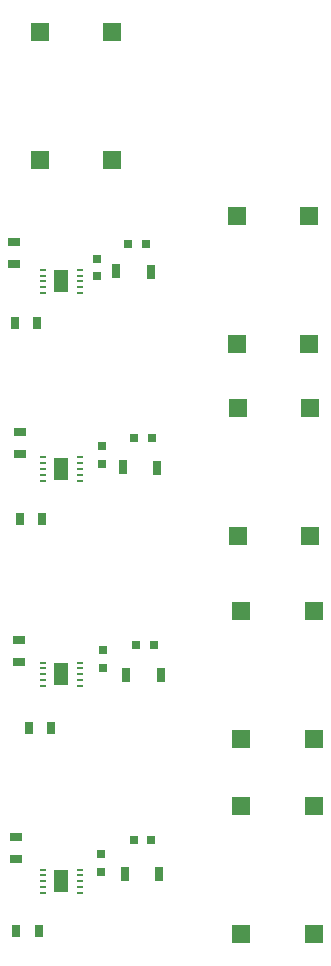
<source format=gtp>
G04 (created by PCBNEW (2013-08-24 BZR 4298)-stable) date Sat 01 Feb 2014 02:51:32 PM PST*
%MOIN*%
G04 Gerber Fmt 3.4, Leading zero omitted, Abs format*
%FSLAX34Y34*%
G01*
G70*
G90*
G04 APERTURE LIST*
%ADD10C,0.005906*%
%ADD11R,0.028320X0.031520*%
%ADD12R,0.031520X0.028320*%
%ADD13R,0.062960X0.062960*%
%ADD14R,0.044000X0.028000*%
%ADD15R,0.028000X0.044000*%
%ADD16R,0.031520X0.047280*%
%ADD17R,0.031520X0.048800*%
%ADD18R,0.018898X0.007874*%
%ADD19R,0.047244X0.074016*%
G04 APERTURE END LIST*
G54D10*
G54D11*
X33236Y-51106D03*
X32644Y-51106D03*
X33063Y-31228D03*
X32471Y-31228D03*
X33307Y-44598D03*
X32715Y-44598D03*
X33256Y-37688D03*
X32664Y-37688D03*
G54D12*
X31637Y-45351D03*
X31637Y-44759D03*
X31574Y-38563D03*
X31574Y-37971D03*
X31429Y-32307D03*
X31429Y-31715D03*
X31562Y-52173D03*
X31562Y-51581D03*
G54D13*
X38531Y-40948D03*
X36129Y-40948D03*
X38531Y-36686D03*
X36129Y-36686D03*
X38641Y-47720D03*
X36239Y-47720D03*
X38641Y-43458D03*
X36239Y-43458D03*
X38641Y-54216D03*
X36239Y-54216D03*
X38641Y-49954D03*
X36239Y-49954D03*
G54D14*
X28814Y-44420D03*
X28814Y-45170D03*
G54D13*
X38492Y-34559D03*
X36090Y-34559D03*
X38492Y-30297D03*
X36090Y-30297D03*
G54D14*
X28712Y-50995D03*
X28712Y-51745D03*
X28850Y-37483D03*
X28850Y-38233D03*
X28673Y-31156D03*
X28673Y-31906D03*
G54D15*
X29477Y-54145D03*
X28727Y-54145D03*
X29906Y-47358D03*
X29156Y-47358D03*
X29437Y-33881D03*
X28687Y-33881D03*
X29603Y-40409D03*
X28853Y-40409D03*
G54D13*
X29531Y-24169D03*
X31933Y-24169D03*
X29531Y-28431D03*
X31933Y-28431D03*
G54D16*
X32278Y-38679D03*
G54D17*
X33430Y-38683D03*
G54D16*
X32396Y-45608D03*
G54D17*
X33548Y-45612D03*
G54D16*
X32069Y-32147D03*
G54D17*
X33221Y-32151D03*
G54D16*
X32353Y-52238D03*
G54D17*
X33505Y-52242D03*
G54D18*
X30846Y-52870D03*
X30846Y-52082D03*
X30846Y-52279D03*
X29625Y-52870D03*
X29625Y-52279D03*
X29625Y-52082D03*
X29625Y-52476D03*
X29625Y-52673D03*
X30846Y-52476D03*
X30846Y-52673D03*
G54D19*
X30236Y-52476D03*
G54D18*
X30846Y-32874D03*
X30846Y-32086D03*
X30846Y-32283D03*
X29625Y-32874D03*
X29625Y-32283D03*
X29625Y-32086D03*
X29625Y-32480D03*
X29625Y-32677D03*
X30846Y-32480D03*
X30846Y-32677D03*
G54D19*
X30236Y-32480D03*
G54D18*
X30846Y-39133D03*
X30846Y-38346D03*
X30846Y-38543D03*
X29625Y-39133D03*
X29625Y-38543D03*
X29625Y-38346D03*
X29625Y-38740D03*
X29625Y-38937D03*
X30846Y-38740D03*
X30846Y-38937D03*
G54D19*
X30236Y-38740D03*
G54D18*
X30846Y-45972D03*
X30846Y-45185D03*
X30846Y-45381D03*
X29625Y-45972D03*
X29625Y-45381D03*
X29625Y-45185D03*
X29625Y-45578D03*
X29625Y-45775D03*
X30846Y-45578D03*
X30846Y-45775D03*
G54D19*
X30236Y-45578D03*
M02*

</source>
